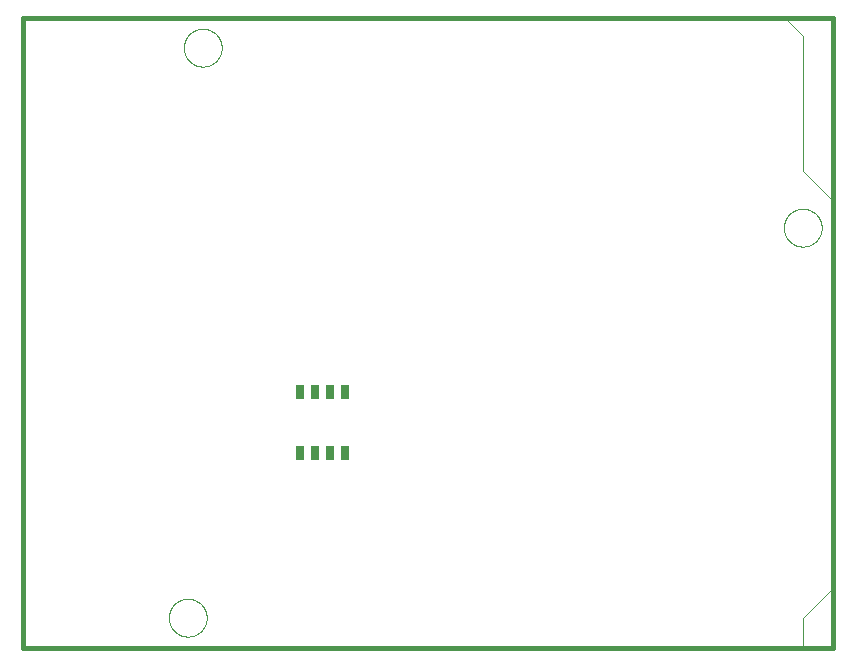
<source format=gtp>
G75*
%MOIN*%
%OFA0B0*%
%FSLAX25Y25*%
%IPPOS*%
%LPD*%
%AMOC8*
5,1,8,0,0,1.08239X$1,22.5*
%
%ADD10C,0.01600*%
%ADD11C,0.00000*%
%ADD12R,0.03000X0.04500*%
D10*
X0027000Y0005000D02*
X0297000Y0005000D01*
X0297000Y0215000D01*
X0027000Y0215000D01*
X0027000Y0005000D01*
D11*
X0027000Y0215000D01*
X0281000Y0215000D01*
X0287000Y0209000D01*
X0287000Y0164000D01*
X0297000Y0154000D01*
X0297000Y0025000D01*
X0287000Y0015000D01*
X0287000Y0005000D01*
X0027000Y0005000D01*
X0075701Y0015000D02*
X0075703Y0015158D01*
X0075709Y0015316D01*
X0075719Y0015474D01*
X0075733Y0015632D01*
X0075751Y0015789D01*
X0075772Y0015946D01*
X0075798Y0016102D01*
X0075828Y0016258D01*
X0075861Y0016413D01*
X0075899Y0016566D01*
X0075940Y0016719D01*
X0075985Y0016871D01*
X0076034Y0017022D01*
X0076087Y0017171D01*
X0076143Y0017319D01*
X0076203Y0017465D01*
X0076267Y0017610D01*
X0076335Y0017753D01*
X0076406Y0017895D01*
X0076480Y0018035D01*
X0076558Y0018172D01*
X0076640Y0018308D01*
X0076724Y0018442D01*
X0076813Y0018573D01*
X0076904Y0018702D01*
X0076999Y0018829D01*
X0077096Y0018954D01*
X0077197Y0019076D01*
X0077301Y0019195D01*
X0077408Y0019312D01*
X0077518Y0019426D01*
X0077631Y0019537D01*
X0077746Y0019646D01*
X0077864Y0019751D01*
X0077985Y0019853D01*
X0078108Y0019953D01*
X0078234Y0020049D01*
X0078362Y0020142D01*
X0078492Y0020232D01*
X0078625Y0020318D01*
X0078760Y0020402D01*
X0078896Y0020481D01*
X0079035Y0020558D01*
X0079176Y0020630D01*
X0079318Y0020700D01*
X0079462Y0020765D01*
X0079608Y0020827D01*
X0079755Y0020885D01*
X0079904Y0020940D01*
X0080054Y0020991D01*
X0080205Y0021038D01*
X0080357Y0021081D01*
X0080510Y0021120D01*
X0080665Y0021156D01*
X0080820Y0021187D01*
X0080976Y0021215D01*
X0081132Y0021239D01*
X0081289Y0021259D01*
X0081447Y0021275D01*
X0081604Y0021287D01*
X0081763Y0021295D01*
X0081921Y0021299D01*
X0082079Y0021299D01*
X0082237Y0021295D01*
X0082396Y0021287D01*
X0082553Y0021275D01*
X0082711Y0021259D01*
X0082868Y0021239D01*
X0083024Y0021215D01*
X0083180Y0021187D01*
X0083335Y0021156D01*
X0083490Y0021120D01*
X0083643Y0021081D01*
X0083795Y0021038D01*
X0083946Y0020991D01*
X0084096Y0020940D01*
X0084245Y0020885D01*
X0084392Y0020827D01*
X0084538Y0020765D01*
X0084682Y0020700D01*
X0084824Y0020630D01*
X0084965Y0020558D01*
X0085104Y0020481D01*
X0085240Y0020402D01*
X0085375Y0020318D01*
X0085508Y0020232D01*
X0085638Y0020142D01*
X0085766Y0020049D01*
X0085892Y0019953D01*
X0086015Y0019853D01*
X0086136Y0019751D01*
X0086254Y0019646D01*
X0086369Y0019537D01*
X0086482Y0019426D01*
X0086592Y0019312D01*
X0086699Y0019195D01*
X0086803Y0019076D01*
X0086904Y0018954D01*
X0087001Y0018829D01*
X0087096Y0018702D01*
X0087187Y0018573D01*
X0087276Y0018442D01*
X0087360Y0018308D01*
X0087442Y0018172D01*
X0087520Y0018035D01*
X0087594Y0017895D01*
X0087665Y0017753D01*
X0087733Y0017610D01*
X0087797Y0017465D01*
X0087857Y0017319D01*
X0087913Y0017171D01*
X0087966Y0017022D01*
X0088015Y0016871D01*
X0088060Y0016719D01*
X0088101Y0016566D01*
X0088139Y0016413D01*
X0088172Y0016258D01*
X0088202Y0016102D01*
X0088228Y0015946D01*
X0088249Y0015789D01*
X0088267Y0015632D01*
X0088281Y0015474D01*
X0088291Y0015316D01*
X0088297Y0015158D01*
X0088299Y0015000D01*
X0088297Y0014842D01*
X0088291Y0014684D01*
X0088281Y0014526D01*
X0088267Y0014368D01*
X0088249Y0014211D01*
X0088228Y0014054D01*
X0088202Y0013898D01*
X0088172Y0013742D01*
X0088139Y0013587D01*
X0088101Y0013434D01*
X0088060Y0013281D01*
X0088015Y0013129D01*
X0087966Y0012978D01*
X0087913Y0012829D01*
X0087857Y0012681D01*
X0087797Y0012535D01*
X0087733Y0012390D01*
X0087665Y0012247D01*
X0087594Y0012105D01*
X0087520Y0011965D01*
X0087442Y0011828D01*
X0087360Y0011692D01*
X0087276Y0011558D01*
X0087187Y0011427D01*
X0087096Y0011298D01*
X0087001Y0011171D01*
X0086904Y0011046D01*
X0086803Y0010924D01*
X0086699Y0010805D01*
X0086592Y0010688D01*
X0086482Y0010574D01*
X0086369Y0010463D01*
X0086254Y0010354D01*
X0086136Y0010249D01*
X0086015Y0010147D01*
X0085892Y0010047D01*
X0085766Y0009951D01*
X0085638Y0009858D01*
X0085508Y0009768D01*
X0085375Y0009682D01*
X0085240Y0009598D01*
X0085104Y0009519D01*
X0084965Y0009442D01*
X0084824Y0009370D01*
X0084682Y0009300D01*
X0084538Y0009235D01*
X0084392Y0009173D01*
X0084245Y0009115D01*
X0084096Y0009060D01*
X0083946Y0009009D01*
X0083795Y0008962D01*
X0083643Y0008919D01*
X0083490Y0008880D01*
X0083335Y0008844D01*
X0083180Y0008813D01*
X0083024Y0008785D01*
X0082868Y0008761D01*
X0082711Y0008741D01*
X0082553Y0008725D01*
X0082396Y0008713D01*
X0082237Y0008705D01*
X0082079Y0008701D01*
X0081921Y0008701D01*
X0081763Y0008705D01*
X0081604Y0008713D01*
X0081447Y0008725D01*
X0081289Y0008741D01*
X0081132Y0008761D01*
X0080976Y0008785D01*
X0080820Y0008813D01*
X0080665Y0008844D01*
X0080510Y0008880D01*
X0080357Y0008919D01*
X0080205Y0008962D01*
X0080054Y0009009D01*
X0079904Y0009060D01*
X0079755Y0009115D01*
X0079608Y0009173D01*
X0079462Y0009235D01*
X0079318Y0009300D01*
X0079176Y0009370D01*
X0079035Y0009442D01*
X0078896Y0009519D01*
X0078760Y0009598D01*
X0078625Y0009682D01*
X0078492Y0009768D01*
X0078362Y0009858D01*
X0078234Y0009951D01*
X0078108Y0010047D01*
X0077985Y0010147D01*
X0077864Y0010249D01*
X0077746Y0010354D01*
X0077631Y0010463D01*
X0077518Y0010574D01*
X0077408Y0010688D01*
X0077301Y0010805D01*
X0077197Y0010924D01*
X0077096Y0011046D01*
X0076999Y0011171D01*
X0076904Y0011298D01*
X0076813Y0011427D01*
X0076724Y0011558D01*
X0076640Y0011692D01*
X0076558Y0011828D01*
X0076480Y0011965D01*
X0076406Y0012105D01*
X0076335Y0012247D01*
X0076267Y0012390D01*
X0076203Y0012535D01*
X0076143Y0012681D01*
X0076087Y0012829D01*
X0076034Y0012978D01*
X0075985Y0013129D01*
X0075940Y0013281D01*
X0075899Y0013434D01*
X0075861Y0013587D01*
X0075828Y0013742D01*
X0075798Y0013898D01*
X0075772Y0014054D01*
X0075751Y0014211D01*
X0075733Y0014368D01*
X0075719Y0014526D01*
X0075709Y0014684D01*
X0075703Y0014842D01*
X0075701Y0015000D01*
X0280701Y0145000D02*
X0280703Y0145158D01*
X0280709Y0145316D01*
X0280719Y0145474D01*
X0280733Y0145632D01*
X0280751Y0145789D01*
X0280772Y0145946D01*
X0280798Y0146102D01*
X0280828Y0146258D01*
X0280861Y0146413D01*
X0280899Y0146566D01*
X0280940Y0146719D01*
X0280985Y0146871D01*
X0281034Y0147022D01*
X0281087Y0147171D01*
X0281143Y0147319D01*
X0281203Y0147465D01*
X0281267Y0147610D01*
X0281335Y0147753D01*
X0281406Y0147895D01*
X0281480Y0148035D01*
X0281558Y0148172D01*
X0281640Y0148308D01*
X0281724Y0148442D01*
X0281813Y0148573D01*
X0281904Y0148702D01*
X0281999Y0148829D01*
X0282096Y0148954D01*
X0282197Y0149076D01*
X0282301Y0149195D01*
X0282408Y0149312D01*
X0282518Y0149426D01*
X0282631Y0149537D01*
X0282746Y0149646D01*
X0282864Y0149751D01*
X0282985Y0149853D01*
X0283108Y0149953D01*
X0283234Y0150049D01*
X0283362Y0150142D01*
X0283492Y0150232D01*
X0283625Y0150318D01*
X0283760Y0150402D01*
X0283896Y0150481D01*
X0284035Y0150558D01*
X0284176Y0150630D01*
X0284318Y0150700D01*
X0284462Y0150765D01*
X0284608Y0150827D01*
X0284755Y0150885D01*
X0284904Y0150940D01*
X0285054Y0150991D01*
X0285205Y0151038D01*
X0285357Y0151081D01*
X0285510Y0151120D01*
X0285665Y0151156D01*
X0285820Y0151187D01*
X0285976Y0151215D01*
X0286132Y0151239D01*
X0286289Y0151259D01*
X0286447Y0151275D01*
X0286604Y0151287D01*
X0286763Y0151295D01*
X0286921Y0151299D01*
X0287079Y0151299D01*
X0287237Y0151295D01*
X0287396Y0151287D01*
X0287553Y0151275D01*
X0287711Y0151259D01*
X0287868Y0151239D01*
X0288024Y0151215D01*
X0288180Y0151187D01*
X0288335Y0151156D01*
X0288490Y0151120D01*
X0288643Y0151081D01*
X0288795Y0151038D01*
X0288946Y0150991D01*
X0289096Y0150940D01*
X0289245Y0150885D01*
X0289392Y0150827D01*
X0289538Y0150765D01*
X0289682Y0150700D01*
X0289824Y0150630D01*
X0289965Y0150558D01*
X0290104Y0150481D01*
X0290240Y0150402D01*
X0290375Y0150318D01*
X0290508Y0150232D01*
X0290638Y0150142D01*
X0290766Y0150049D01*
X0290892Y0149953D01*
X0291015Y0149853D01*
X0291136Y0149751D01*
X0291254Y0149646D01*
X0291369Y0149537D01*
X0291482Y0149426D01*
X0291592Y0149312D01*
X0291699Y0149195D01*
X0291803Y0149076D01*
X0291904Y0148954D01*
X0292001Y0148829D01*
X0292096Y0148702D01*
X0292187Y0148573D01*
X0292276Y0148442D01*
X0292360Y0148308D01*
X0292442Y0148172D01*
X0292520Y0148035D01*
X0292594Y0147895D01*
X0292665Y0147753D01*
X0292733Y0147610D01*
X0292797Y0147465D01*
X0292857Y0147319D01*
X0292913Y0147171D01*
X0292966Y0147022D01*
X0293015Y0146871D01*
X0293060Y0146719D01*
X0293101Y0146566D01*
X0293139Y0146413D01*
X0293172Y0146258D01*
X0293202Y0146102D01*
X0293228Y0145946D01*
X0293249Y0145789D01*
X0293267Y0145632D01*
X0293281Y0145474D01*
X0293291Y0145316D01*
X0293297Y0145158D01*
X0293299Y0145000D01*
X0293297Y0144842D01*
X0293291Y0144684D01*
X0293281Y0144526D01*
X0293267Y0144368D01*
X0293249Y0144211D01*
X0293228Y0144054D01*
X0293202Y0143898D01*
X0293172Y0143742D01*
X0293139Y0143587D01*
X0293101Y0143434D01*
X0293060Y0143281D01*
X0293015Y0143129D01*
X0292966Y0142978D01*
X0292913Y0142829D01*
X0292857Y0142681D01*
X0292797Y0142535D01*
X0292733Y0142390D01*
X0292665Y0142247D01*
X0292594Y0142105D01*
X0292520Y0141965D01*
X0292442Y0141828D01*
X0292360Y0141692D01*
X0292276Y0141558D01*
X0292187Y0141427D01*
X0292096Y0141298D01*
X0292001Y0141171D01*
X0291904Y0141046D01*
X0291803Y0140924D01*
X0291699Y0140805D01*
X0291592Y0140688D01*
X0291482Y0140574D01*
X0291369Y0140463D01*
X0291254Y0140354D01*
X0291136Y0140249D01*
X0291015Y0140147D01*
X0290892Y0140047D01*
X0290766Y0139951D01*
X0290638Y0139858D01*
X0290508Y0139768D01*
X0290375Y0139682D01*
X0290240Y0139598D01*
X0290104Y0139519D01*
X0289965Y0139442D01*
X0289824Y0139370D01*
X0289682Y0139300D01*
X0289538Y0139235D01*
X0289392Y0139173D01*
X0289245Y0139115D01*
X0289096Y0139060D01*
X0288946Y0139009D01*
X0288795Y0138962D01*
X0288643Y0138919D01*
X0288490Y0138880D01*
X0288335Y0138844D01*
X0288180Y0138813D01*
X0288024Y0138785D01*
X0287868Y0138761D01*
X0287711Y0138741D01*
X0287553Y0138725D01*
X0287396Y0138713D01*
X0287237Y0138705D01*
X0287079Y0138701D01*
X0286921Y0138701D01*
X0286763Y0138705D01*
X0286604Y0138713D01*
X0286447Y0138725D01*
X0286289Y0138741D01*
X0286132Y0138761D01*
X0285976Y0138785D01*
X0285820Y0138813D01*
X0285665Y0138844D01*
X0285510Y0138880D01*
X0285357Y0138919D01*
X0285205Y0138962D01*
X0285054Y0139009D01*
X0284904Y0139060D01*
X0284755Y0139115D01*
X0284608Y0139173D01*
X0284462Y0139235D01*
X0284318Y0139300D01*
X0284176Y0139370D01*
X0284035Y0139442D01*
X0283896Y0139519D01*
X0283760Y0139598D01*
X0283625Y0139682D01*
X0283492Y0139768D01*
X0283362Y0139858D01*
X0283234Y0139951D01*
X0283108Y0140047D01*
X0282985Y0140147D01*
X0282864Y0140249D01*
X0282746Y0140354D01*
X0282631Y0140463D01*
X0282518Y0140574D01*
X0282408Y0140688D01*
X0282301Y0140805D01*
X0282197Y0140924D01*
X0282096Y0141046D01*
X0281999Y0141171D01*
X0281904Y0141298D01*
X0281813Y0141427D01*
X0281724Y0141558D01*
X0281640Y0141692D01*
X0281558Y0141828D01*
X0281480Y0141965D01*
X0281406Y0142105D01*
X0281335Y0142247D01*
X0281267Y0142390D01*
X0281203Y0142535D01*
X0281143Y0142681D01*
X0281087Y0142829D01*
X0281034Y0142978D01*
X0280985Y0143129D01*
X0280940Y0143281D01*
X0280899Y0143434D01*
X0280861Y0143587D01*
X0280828Y0143742D01*
X0280798Y0143898D01*
X0280772Y0144054D01*
X0280751Y0144211D01*
X0280733Y0144368D01*
X0280719Y0144526D01*
X0280709Y0144684D01*
X0280703Y0144842D01*
X0280701Y0145000D01*
X0080701Y0205000D02*
X0080703Y0205158D01*
X0080709Y0205316D01*
X0080719Y0205474D01*
X0080733Y0205632D01*
X0080751Y0205789D01*
X0080772Y0205946D01*
X0080798Y0206102D01*
X0080828Y0206258D01*
X0080861Y0206413D01*
X0080899Y0206566D01*
X0080940Y0206719D01*
X0080985Y0206871D01*
X0081034Y0207022D01*
X0081087Y0207171D01*
X0081143Y0207319D01*
X0081203Y0207465D01*
X0081267Y0207610D01*
X0081335Y0207753D01*
X0081406Y0207895D01*
X0081480Y0208035D01*
X0081558Y0208172D01*
X0081640Y0208308D01*
X0081724Y0208442D01*
X0081813Y0208573D01*
X0081904Y0208702D01*
X0081999Y0208829D01*
X0082096Y0208954D01*
X0082197Y0209076D01*
X0082301Y0209195D01*
X0082408Y0209312D01*
X0082518Y0209426D01*
X0082631Y0209537D01*
X0082746Y0209646D01*
X0082864Y0209751D01*
X0082985Y0209853D01*
X0083108Y0209953D01*
X0083234Y0210049D01*
X0083362Y0210142D01*
X0083492Y0210232D01*
X0083625Y0210318D01*
X0083760Y0210402D01*
X0083896Y0210481D01*
X0084035Y0210558D01*
X0084176Y0210630D01*
X0084318Y0210700D01*
X0084462Y0210765D01*
X0084608Y0210827D01*
X0084755Y0210885D01*
X0084904Y0210940D01*
X0085054Y0210991D01*
X0085205Y0211038D01*
X0085357Y0211081D01*
X0085510Y0211120D01*
X0085665Y0211156D01*
X0085820Y0211187D01*
X0085976Y0211215D01*
X0086132Y0211239D01*
X0086289Y0211259D01*
X0086447Y0211275D01*
X0086604Y0211287D01*
X0086763Y0211295D01*
X0086921Y0211299D01*
X0087079Y0211299D01*
X0087237Y0211295D01*
X0087396Y0211287D01*
X0087553Y0211275D01*
X0087711Y0211259D01*
X0087868Y0211239D01*
X0088024Y0211215D01*
X0088180Y0211187D01*
X0088335Y0211156D01*
X0088490Y0211120D01*
X0088643Y0211081D01*
X0088795Y0211038D01*
X0088946Y0210991D01*
X0089096Y0210940D01*
X0089245Y0210885D01*
X0089392Y0210827D01*
X0089538Y0210765D01*
X0089682Y0210700D01*
X0089824Y0210630D01*
X0089965Y0210558D01*
X0090104Y0210481D01*
X0090240Y0210402D01*
X0090375Y0210318D01*
X0090508Y0210232D01*
X0090638Y0210142D01*
X0090766Y0210049D01*
X0090892Y0209953D01*
X0091015Y0209853D01*
X0091136Y0209751D01*
X0091254Y0209646D01*
X0091369Y0209537D01*
X0091482Y0209426D01*
X0091592Y0209312D01*
X0091699Y0209195D01*
X0091803Y0209076D01*
X0091904Y0208954D01*
X0092001Y0208829D01*
X0092096Y0208702D01*
X0092187Y0208573D01*
X0092276Y0208442D01*
X0092360Y0208308D01*
X0092442Y0208172D01*
X0092520Y0208035D01*
X0092594Y0207895D01*
X0092665Y0207753D01*
X0092733Y0207610D01*
X0092797Y0207465D01*
X0092857Y0207319D01*
X0092913Y0207171D01*
X0092966Y0207022D01*
X0093015Y0206871D01*
X0093060Y0206719D01*
X0093101Y0206566D01*
X0093139Y0206413D01*
X0093172Y0206258D01*
X0093202Y0206102D01*
X0093228Y0205946D01*
X0093249Y0205789D01*
X0093267Y0205632D01*
X0093281Y0205474D01*
X0093291Y0205316D01*
X0093297Y0205158D01*
X0093299Y0205000D01*
X0093297Y0204842D01*
X0093291Y0204684D01*
X0093281Y0204526D01*
X0093267Y0204368D01*
X0093249Y0204211D01*
X0093228Y0204054D01*
X0093202Y0203898D01*
X0093172Y0203742D01*
X0093139Y0203587D01*
X0093101Y0203434D01*
X0093060Y0203281D01*
X0093015Y0203129D01*
X0092966Y0202978D01*
X0092913Y0202829D01*
X0092857Y0202681D01*
X0092797Y0202535D01*
X0092733Y0202390D01*
X0092665Y0202247D01*
X0092594Y0202105D01*
X0092520Y0201965D01*
X0092442Y0201828D01*
X0092360Y0201692D01*
X0092276Y0201558D01*
X0092187Y0201427D01*
X0092096Y0201298D01*
X0092001Y0201171D01*
X0091904Y0201046D01*
X0091803Y0200924D01*
X0091699Y0200805D01*
X0091592Y0200688D01*
X0091482Y0200574D01*
X0091369Y0200463D01*
X0091254Y0200354D01*
X0091136Y0200249D01*
X0091015Y0200147D01*
X0090892Y0200047D01*
X0090766Y0199951D01*
X0090638Y0199858D01*
X0090508Y0199768D01*
X0090375Y0199682D01*
X0090240Y0199598D01*
X0090104Y0199519D01*
X0089965Y0199442D01*
X0089824Y0199370D01*
X0089682Y0199300D01*
X0089538Y0199235D01*
X0089392Y0199173D01*
X0089245Y0199115D01*
X0089096Y0199060D01*
X0088946Y0199009D01*
X0088795Y0198962D01*
X0088643Y0198919D01*
X0088490Y0198880D01*
X0088335Y0198844D01*
X0088180Y0198813D01*
X0088024Y0198785D01*
X0087868Y0198761D01*
X0087711Y0198741D01*
X0087553Y0198725D01*
X0087396Y0198713D01*
X0087237Y0198705D01*
X0087079Y0198701D01*
X0086921Y0198701D01*
X0086763Y0198705D01*
X0086604Y0198713D01*
X0086447Y0198725D01*
X0086289Y0198741D01*
X0086132Y0198761D01*
X0085976Y0198785D01*
X0085820Y0198813D01*
X0085665Y0198844D01*
X0085510Y0198880D01*
X0085357Y0198919D01*
X0085205Y0198962D01*
X0085054Y0199009D01*
X0084904Y0199060D01*
X0084755Y0199115D01*
X0084608Y0199173D01*
X0084462Y0199235D01*
X0084318Y0199300D01*
X0084176Y0199370D01*
X0084035Y0199442D01*
X0083896Y0199519D01*
X0083760Y0199598D01*
X0083625Y0199682D01*
X0083492Y0199768D01*
X0083362Y0199858D01*
X0083234Y0199951D01*
X0083108Y0200047D01*
X0082985Y0200147D01*
X0082864Y0200249D01*
X0082746Y0200354D01*
X0082631Y0200463D01*
X0082518Y0200574D01*
X0082408Y0200688D01*
X0082301Y0200805D01*
X0082197Y0200924D01*
X0082096Y0201046D01*
X0081999Y0201171D01*
X0081904Y0201298D01*
X0081813Y0201427D01*
X0081724Y0201558D01*
X0081640Y0201692D01*
X0081558Y0201828D01*
X0081480Y0201965D01*
X0081406Y0202105D01*
X0081335Y0202247D01*
X0081267Y0202390D01*
X0081203Y0202535D01*
X0081143Y0202681D01*
X0081087Y0202829D01*
X0081034Y0202978D01*
X0080985Y0203129D01*
X0080940Y0203281D01*
X0080899Y0203434D01*
X0080861Y0203587D01*
X0080828Y0203742D01*
X0080798Y0203898D01*
X0080772Y0204054D01*
X0080751Y0204211D01*
X0080733Y0204368D01*
X0080719Y0204526D01*
X0080709Y0204684D01*
X0080703Y0204842D01*
X0080701Y0205000D01*
D12*
X0119500Y0090236D03*
X0124500Y0090236D03*
X0129500Y0090236D03*
X0134500Y0090236D03*
X0134500Y0069764D03*
X0129500Y0069764D03*
X0124500Y0069764D03*
X0119500Y0069764D03*
M02*

</source>
